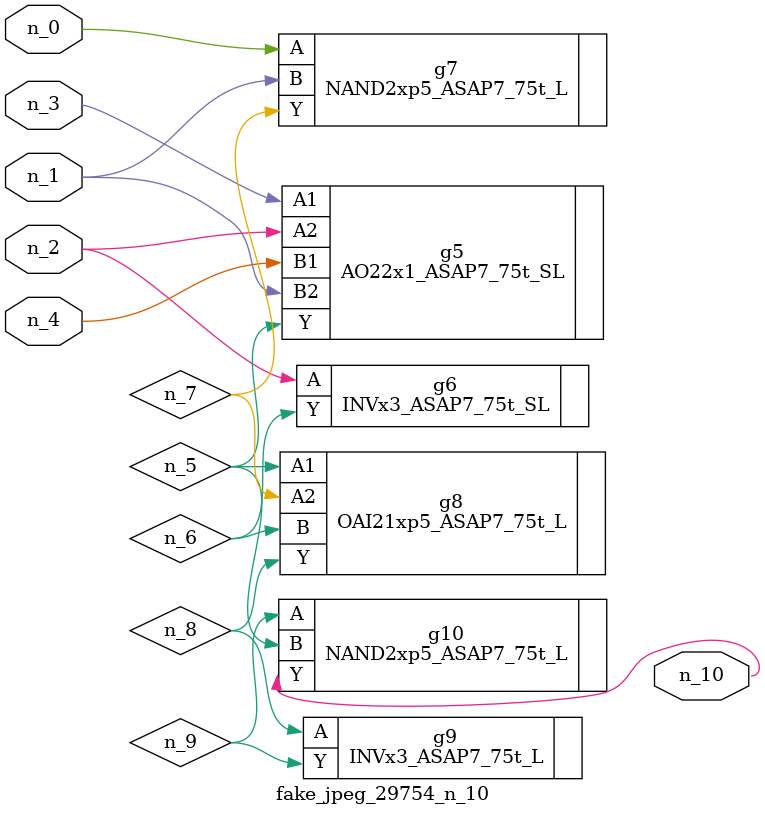
<source format=v>
module fake_jpeg_29754_n_10 (n_3, n_2, n_1, n_0, n_4, n_10);

input n_3;
input n_2;
input n_1;
input n_0;
input n_4;

output n_10;

wire n_8;
wire n_9;
wire n_6;
wire n_5;
wire n_7;

AO22x1_ASAP7_75t_SL g5 ( 
.A1(n_3),
.A2(n_2),
.B1(n_4),
.B2(n_1),
.Y(n_5)
);

INVx3_ASAP7_75t_SL g6 ( 
.A(n_2),
.Y(n_6)
);

NAND2xp5_ASAP7_75t_L g7 ( 
.A(n_0),
.B(n_1),
.Y(n_7)
);

OAI21xp5_ASAP7_75t_L g8 ( 
.A1(n_5),
.A2(n_7),
.B(n_6),
.Y(n_8)
);

INVx3_ASAP7_75t_L g9 ( 
.A(n_8),
.Y(n_9)
);

NAND2xp5_ASAP7_75t_L g10 ( 
.A(n_9),
.B(n_5),
.Y(n_10)
);


endmodule
</source>
